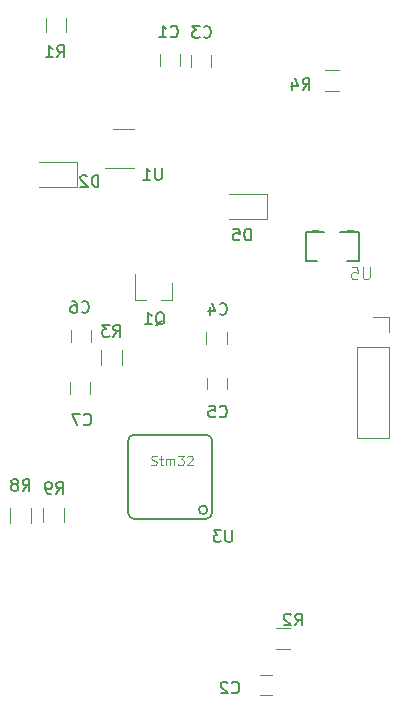
<source format=gbo>
G04 #@! TF.GenerationSoftware,KiCad,Pcbnew,5.1.6-c6e7f7d~87~ubuntu18.04.1*
G04 #@! TF.CreationDate,2020-11-02T00:43:46+05:30*
G04 #@! TF.ProjectId,Sensor_pcb_v3,53656e73-6f72-45f7-9063-625f76332e6b,rev?*
G04 #@! TF.SameCoordinates,Original*
G04 #@! TF.FileFunction,Legend,Bot*
G04 #@! TF.FilePolarity,Positive*
%FSLAX46Y46*%
G04 Gerber Fmt 4.6, Leading zero omitted, Abs format (unit mm)*
G04 Created by KiCad (PCBNEW 5.1.6-c6e7f7d~87~ubuntu18.04.1) date 2020-11-02 00:43:46*
%MOMM*%
%LPD*%
G01*
G04 APERTURE LIST*
%ADD10C,0.100000*%
%ADD11C,0.120000*%
%ADD12C,0.152400*%
%ADD13C,0.010000*%
%ADD14C,0.150000*%
%ADD15C,0.015000*%
G04 APERTURE END LIST*
D10*
X36705759Y-58682849D02*
X36820044Y-58720944D01*
X37010520Y-58720944D01*
X37086711Y-58682849D01*
X37124806Y-58644754D01*
X37162901Y-58568563D01*
X37162901Y-58492373D01*
X37124806Y-58416182D01*
X37086711Y-58378087D01*
X37010520Y-58339992D01*
X36858140Y-58301897D01*
X36781949Y-58263801D01*
X36743854Y-58225706D01*
X36705759Y-58149516D01*
X36705759Y-58073325D01*
X36743854Y-57997135D01*
X36781949Y-57959040D01*
X36858140Y-57920944D01*
X37048616Y-57920944D01*
X37162901Y-57959040D01*
X37391473Y-58187611D02*
X37696235Y-58187611D01*
X37505759Y-57920944D02*
X37505759Y-58606659D01*
X37543854Y-58682849D01*
X37620044Y-58720944D01*
X37696235Y-58720944D01*
X37962901Y-58720944D02*
X37962901Y-58187611D01*
X37962901Y-58263801D02*
X38000997Y-58225706D01*
X38077187Y-58187611D01*
X38191473Y-58187611D01*
X38267663Y-58225706D01*
X38305759Y-58301897D01*
X38305759Y-58720944D01*
X38305759Y-58301897D02*
X38343854Y-58225706D01*
X38420044Y-58187611D01*
X38534330Y-58187611D01*
X38610520Y-58225706D01*
X38648616Y-58301897D01*
X38648616Y-58720944D01*
X38953378Y-57920944D02*
X39448616Y-57920944D01*
X39181949Y-58225706D01*
X39296235Y-58225706D01*
X39372425Y-58263801D01*
X39410520Y-58301897D01*
X39448616Y-58378087D01*
X39448616Y-58568563D01*
X39410520Y-58644754D01*
X39372425Y-58682849D01*
X39296235Y-58720944D01*
X39067663Y-58720944D01*
X38991473Y-58682849D01*
X38953378Y-58644754D01*
X39753378Y-57997135D02*
X39791473Y-57959040D01*
X39867663Y-57920944D01*
X40058140Y-57920944D01*
X40134330Y-57959040D01*
X40172425Y-57997135D01*
X40210520Y-58073325D01*
X40210520Y-58149516D01*
X40172425Y-58263801D01*
X39715282Y-58720944D01*
X40210520Y-58720944D01*
D11*
X38468400Y-44735000D02*
X38468400Y-43275000D01*
X35308400Y-44735000D02*
X35308400Y-42575000D01*
X35308400Y-44735000D02*
X36238400Y-44735000D01*
X38468400Y-44735000D02*
X37538400Y-44735000D01*
D12*
X54279400Y-41443700D02*
X54279400Y-38943700D01*
X52709400Y-38943700D02*
X54279400Y-38943700D01*
X49779400Y-38943700D02*
X51349400Y-38943700D01*
X49779400Y-38943700D02*
X49779400Y-41443700D01*
X49779400Y-41443700D02*
X50749400Y-41443700D01*
X53309400Y-41443700D02*
X54279400Y-41443700D01*
D13*
G36*
X50279400Y-38943700D02*
G01*
X50779400Y-38943700D01*
X50779400Y-38803700D01*
X50279400Y-38803700D01*
X50279400Y-38943700D01*
G37*
X50279400Y-38943700D02*
X50779400Y-38943700D01*
X50779400Y-38803700D01*
X50279400Y-38803700D01*
X50279400Y-38943700D01*
G36*
X53279400Y-38943700D02*
G01*
X53779400Y-38943700D01*
X53779400Y-38803700D01*
X53279400Y-38803700D01*
X53279400Y-38943700D01*
G37*
X53279400Y-38943700D02*
X53779400Y-38943700D01*
X53779400Y-38803700D01*
X53279400Y-38803700D01*
X53279400Y-38943700D01*
D14*
X41451310Y-62501800D02*
G75*
G03*
X41451310Y-62501800I-359210J0D01*
G01*
X41854100Y-56659800D02*
X41854100Y-62755800D01*
X35250100Y-56151800D02*
X41346100Y-56151800D01*
X34742100Y-62755800D02*
X34742100Y-56659800D01*
X41346100Y-63263800D02*
X35250100Y-63263800D01*
X34742100Y-56659800D02*
G75*
G02*
X35250100Y-56151800I508000J0D01*
G01*
X35250100Y-63263800D02*
G75*
G02*
X34742100Y-62755800I0J508000D01*
G01*
X41346100Y-56151800D02*
G75*
G02*
X41854100Y-56659800I0J-508000D01*
G01*
X41854100Y-62755800D02*
G75*
G02*
X41346100Y-63263800I-508000J0D01*
G01*
D11*
X27547700Y-62369100D02*
X27547700Y-63569100D01*
X29307700Y-63569100D02*
X29307700Y-62369100D01*
X26521300Y-63581800D02*
X26521300Y-62381800D01*
X24761300Y-62381800D02*
X24761300Y-63581800D01*
X30373700Y-33037000D02*
X30373700Y-35157000D01*
X27173700Y-33037000D02*
X30373700Y-33037000D01*
X30373700Y-35157000D02*
X27173700Y-35157000D01*
X56803600Y-56425100D02*
X54143600Y-56425100D01*
X56803600Y-48745100D02*
X56803600Y-56425100D01*
X54143600Y-48745100D02*
X54143600Y-56425100D01*
X56803600Y-48745100D02*
X54143600Y-48745100D01*
X56803600Y-47475100D02*
X56803600Y-46145100D01*
X56803600Y-46145100D02*
X55473600Y-46145100D01*
X45943900Y-76505700D02*
X46943900Y-76505700D01*
X46943900Y-78205700D02*
X45943900Y-78205700D01*
X43077500Y-47447600D02*
X43077500Y-48447600D01*
X41377500Y-48447600D02*
X41377500Y-47447600D01*
X41446100Y-52305800D02*
X41446100Y-51305800D01*
X43146100Y-51305800D02*
X43146100Y-52305800D01*
X29873800Y-48252000D02*
X29873800Y-47252000D01*
X31573800Y-47252000D02*
X31573800Y-48252000D01*
X29828100Y-52658900D02*
X29828100Y-51658900D01*
X31528100Y-51658900D02*
X31528100Y-52658900D01*
X39107500Y-23947500D02*
X39107500Y-24947500D01*
X37407500Y-24947500D02*
X37407500Y-23947500D01*
X41764300Y-23969600D02*
X41764300Y-24969600D01*
X40064300Y-24969600D02*
X40064300Y-23969600D01*
X48471400Y-72538700D02*
X47271400Y-72538700D01*
X47271400Y-74298700D02*
X48471400Y-74298700D01*
X32460000Y-48998600D02*
X32460000Y-50198600D01*
X34220000Y-50198600D02*
X34220000Y-48998600D01*
X29518500Y-22040100D02*
X29518500Y-20840100D01*
X27758500Y-20840100D02*
X27758500Y-22040100D01*
X51398900Y-27039500D02*
X52598900Y-27039500D01*
X52598900Y-25279500D02*
X51398900Y-25279500D01*
X33471300Y-30300000D02*
X35271300Y-30300000D01*
X35271300Y-33520000D02*
X32821300Y-33520000D01*
X46495100Y-35754800D02*
X46495100Y-37874800D01*
X43295100Y-35754800D02*
X46495100Y-35754800D01*
X46495100Y-37874800D02*
X43295100Y-37874800D01*
D14*
X37075078Y-46884819D02*
X37170316Y-46837200D01*
X37265554Y-46741961D01*
X37408411Y-46599104D01*
X37503649Y-46551485D01*
X37598887Y-46551485D01*
X37551268Y-46789580D02*
X37646506Y-46741961D01*
X37741744Y-46646723D01*
X37789363Y-46456247D01*
X37789363Y-46122914D01*
X37741744Y-45932438D01*
X37646506Y-45837200D01*
X37551268Y-45789580D01*
X37360792Y-45789580D01*
X37265554Y-45837200D01*
X37170316Y-45932438D01*
X37122697Y-46122914D01*
X37122697Y-46456247D01*
X37170316Y-46646723D01*
X37265554Y-46741961D01*
X37360792Y-46789580D01*
X37551268Y-46789580D01*
X36170316Y-46789580D02*
X36741744Y-46789580D01*
X36456030Y-46789580D02*
X36456030Y-45789580D01*
X36551268Y-45932438D01*
X36646506Y-46027676D01*
X36741744Y-46075295D01*
D15*
X55186524Y-41984340D02*
X55186524Y-42793864D01*
X55138905Y-42889102D01*
X55091286Y-42936721D01*
X54996048Y-42984340D01*
X54805572Y-42984340D01*
X54710334Y-42936721D01*
X54662715Y-42889102D01*
X54615096Y-42793864D01*
X54615096Y-41984340D01*
X53662715Y-41984340D02*
X54138905Y-41984340D01*
X54186524Y-42460531D01*
X54138905Y-42412912D01*
X54043667Y-42365293D01*
X53805572Y-42365293D01*
X53710334Y-42412912D01*
X53662715Y-42460531D01*
X53615096Y-42555769D01*
X53615096Y-42793864D01*
X53662715Y-42889102D01*
X53710334Y-42936721D01*
X53805572Y-42984340D01*
X54043667Y-42984340D01*
X54138905Y-42936721D01*
X54186524Y-42889102D01*
D14*
X43548184Y-64227480D02*
X43548184Y-65037004D01*
X43500565Y-65132242D01*
X43452946Y-65179861D01*
X43357708Y-65227480D01*
X43167232Y-65227480D01*
X43071994Y-65179861D01*
X43024375Y-65132242D01*
X42976756Y-65037004D01*
X42976756Y-64227480D01*
X42595803Y-64227480D02*
X41976756Y-64227480D01*
X42310089Y-64608433D01*
X42167232Y-64608433D01*
X42071994Y-64656052D01*
X42024375Y-64703671D01*
X41976756Y-64798909D01*
X41976756Y-65037004D01*
X42024375Y-65132242D01*
X42071994Y-65179861D01*
X42167232Y-65227480D01*
X42452946Y-65227480D01*
X42548184Y-65179861D01*
X42595803Y-65132242D01*
X28657866Y-61155800D02*
X28991200Y-60679610D01*
X29229295Y-61155800D02*
X29229295Y-60155800D01*
X28848342Y-60155800D01*
X28753104Y-60203420D01*
X28705485Y-60251039D01*
X28657866Y-60346277D01*
X28657866Y-60489134D01*
X28705485Y-60584372D01*
X28753104Y-60631991D01*
X28848342Y-60679610D01*
X29229295Y-60679610D01*
X28181676Y-61155800D02*
X27991200Y-61155800D01*
X27895961Y-61108181D01*
X27848342Y-61060562D01*
X27753104Y-60917705D01*
X27705485Y-60727229D01*
X27705485Y-60346277D01*
X27753104Y-60251039D01*
X27800723Y-60203420D01*
X27895961Y-60155800D01*
X28086438Y-60155800D01*
X28181676Y-60203420D01*
X28229295Y-60251039D01*
X28276914Y-60346277D01*
X28276914Y-60584372D01*
X28229295Y-60679610D01*
X28181676Y-60727229D01*
X28086438Y-60774848D01*
X27895961Y-60774848D01*
X27800723Y-60727229D01*
X27753104Y-60679610D01*
X27705485Y-60584372D01*
X25810506Y-60896720D02*
X26143840Y-60420530D01*
X26381935Y-60896720D02*
X26381935Y-59896720D01*
X26000982Y-59896720D01*
X25905744Y-59944340D01*
X25858125Y-59991959D01*
X25810506Y-60087197D01*
X25810506Y-60230054D01*
X25858125Y-60325292D01*
X25905744Y-60372911D01*
X26000982Y-60420530D01*
X26381935Y-60420530D01*
X25239078Y-60325292D02*
X25334316Y-60277673D01*
X25381935Y-60230054D01*
X25429554Y-60134816D01*
X25429554Y-60087197D01*
X25381935Y-59991959D01*
X25334316Y-59944340D01*
X25239078Y-59896720D01*
X25048601Y-59896720D01*
X24953363Y-59944340D01*
X24905744Y-59991959D01*
X24858125Y-60087197D01*
X24858125Y-60134816D01*
X24905744Y-60230054D01*
X24953363Y-60277673D01*
X25048601Y-60325292D01*
X25239078Y-60325292D01*
X25334316Y-60372911D01*
X25381935Y-60420530D01*
X25429554Y-60515768D01*
X25429554Y-60706244D01*
X25381935Y-60801482D01*
X25334316Y-60849101D01*
X25239078Y-60896720D01*
X25048601Y-60896720D01*
X24953363Y-60849101D01*
X24905744Y-60801482D01*
X24858125Y-60706244D01*
X24858125Y-60515768D01*
X24905744Y-60420530D01*
X24953363Y-60372911D01*
X25048601Y-60325292D01*
X32218875Y-35156440D02*
X32218875Y-34156440D01*
X31980780Y-34156440D01*
X31837922Y-34204060D01*
X31742684Y-34299298D01*
X31695065Y-34394536D01*
X31647446Y-34585012D01*
X31647446Y-34727869D01*
X31695065Y-34918345D01*
X31742684Y-35013583D01*
X31837922Y-35108821D01*
X31980780Y-35156440D01*
X32218875Y-35156440D01*
X31266494Y-34251679D02*
X31218875Y-34204060D01*
X31123637Y-34156440D01*
X30885541Y-34156440D01*
X30790303Y-34204060D01*
X30742684Y-34251679D01*
X30695065Y-34346917D01*
X30695065Y-34442155D01*
X30742684Y-34585012D01*
X31314113Y-35156440D01*
X30695065Y-35156440D01*
X43521926Y-77946522D02*
X43569545Y-77994141D01*
X43712402Y-78041760D01*
X43807640Y-78041760D01*
X43950498Y-77994141D01*
X44045736Y-77898903D01*
X44093355Y-77803665D01*
X44140974Y-77613189D01*
X44140974Y-77470332D01*
X44093355Y-77279856D01*
X44045736Y-77184618D01*
X43950498Y-77089380D01*
X43807640Y-77041760D01*
X43712402Y-77041760D01*
X43569545Y-77089380D01*
X43521926Y-77136999D01*
X43140974Y-77136999D02*
X43093355Y-77089380D01*
X42998117Y-77041760D01*
X42760021Y-77041760D01*
X42664783Y-77089380D01*
X42617164Y-77136999D01*
X42569545Y-77232237D01*
X42569545Y-77327475D01*
X42617164Y-77470332D01*
X43188593Y-78041760D01*
X42569545Y-78041760D01*
X42498306Y-45914602D02*
X42545925Y-45962221D01*
X42688782Y-46009840D01*
X42784020Y-46009840D01*
X42926878Y-45962221D01*
X43022116Y-45866983D01*
X43069735Y-45771745D01*
X43117354Y-45581269D01*
X43117354Y-45438412D01*
X43069735Y-45247936D01*
X43022116Y-45152698D01*
X42926878Y-45057460D01*
X42784020Y-45009840D01*
X42688782Y-45009840D01*
X42545925Y-45057460D01*
X42498306Y-45105079D01*
X41641163Y-45343174D02*
X41641163Y-46009840D01*
X41879259Y-44962221D02*
X42117354Y-45676507D01*
X41498306Y-45676507D01*
X42498326Y-54578482D02*
X42545945Y-54626101D01*
X42688802Y-54673720D01*
X42784040Y-54673720D01*
X42926898Y-54626101D01*
X43022136Y-54530863D01*
X43069755Y-54435625D01*
X43117374Y-54245149D01*
X43117374Y-54102292D01*
X43069755Y-53911816D01*
X43022136Y-53816578D01*
X42926898Y-53721340D01*
X42784040Y-53673720D01*
X42688802Y-53673720D01*
X42545945Y-53721340D01*
X42498326Y-53768959D01*
X41593564Y-53673720D02*
X42069755Y-53673720D01*
X42117374Y-54149911D01*
X42069755Y-54102292D01*
X41974517Y-54054673D01*
X41736421Y-54054673D01*
X41641183Y-54102292D01*
X41593564Y-54149911D01*
X41545945Y-54245149D01*
X41545945Y-54483244D01*
X41593564Y-54578482D01*
X41641183Y-54626101D01*
X41736421Y-54673720D01*
X41974517Y-54673720D01*
X42069755Y-54626101D01*
X42117374Y-54578482D01*
X30816806Y-45721542D02*
X30864425Y-45769161D01*
X31007282Y-45816780D01*
X31102520Y-45816780D01*
X31245378Y-45769161D01*
X31340616Y-45673923D01*
X31388235Y-45578685D01*
X31435854Y-45388209D01*
X31435854Y-45245352D01*
X31388235Y-45054876D01*
X31340616Y-44959638D01*
X31245378Y-44864400D01*
X31102520Y-44816780D01*
X31007282Y-44816780D01*
X30864425Y-44864400D01*
X30816806Y-44912019D01*
X29959663Y-44816780D02*
X30150140Y-44816780D01*
X30245378Y-44864400D01*
X30292997Y-44912019D01*
X30388235Y-45054876D01*
X30435854Y-45245352D01*
X30435854Y-45626304D01*
X30388235Y-45721542D01*
X30340616Y-45769161D01*
X30245378Y-45816780D01*
X30054901Y-45816780D01*
X29959663Y-45769161D01*
X29912044Y-45721542D01*
X29864425Y-45626304D01*
X29864425Y-45388209D01*
X29912044Y-45292971D01*
X29959663Y-45245352D01*
X30054901Y-45197733D01*
X30245378Y-45197733D01*
X30340616Y-45245352D01*
X30388235Y-45292971D01*
X30435854Y-45388209D01*
X30999706Y-55251622D02*
X31047325Y-55299241D01*
X31190182Y-55346860D01*
X31285420Y-55346860D01*
X31428278Y-55299241D01*
X31523516Y-55204003D01*
X31571135Y-55108765D01*
X31618754Y-54918289D01*
X31618754Y-54775432D01*
X31571135Y-54584956D01*
X31523516Y-54489718D01*
X31428278Y-54394480D01*
X31285420Y-54346860D01*
X31190182Y-54346860D01*
X31047325Y-54394480D01*
X30999706Y-54442099D01*
X30666373Y-54346860D02*
X29999706Y-54346860D01*
X30428278Y-55346860D01*
X38342886Y-22411962D02*
X38390505Y-22459581D01*
X38533362Y-22507200D01*
X38628600Y-22507200D01*
X38771458Y-22459581D01*
X38866696Y-22364343D01*
X38914315Y-22269105D01*
X38961934Y-22078629D01*
X38961934Y-21935772D01*
X38914315Y-21745296D01*
X38866696Y-21650058D01*
X38771458Y-21554820D01*
X38628600Y-21507200D01*
X38533362Y-21507200D01*
X38390505Y-21554820D01*
X38342886Y-21602439D01*
X37390505Y-22507200D02*
X37961934Y-22507200D01*
X37676220Y-22507200D02*
X37676220Y-21507200D01*
X37771458Y-21650058D01*
X37866696Y-21745296D01*
X37961934Y-21792915D01*
X41139386Y-22437362D02*
X41187005Y-22484981D01*
X41329862Y-22532600D01*
X41425100Y-22532600D01*
X41567958Y-22484981D01*
X41663196Y-22389743D01*
X41710815Y-22294505D01*
X41758434Y-22104029D01*
X41758434Y-21961172D01*
X41710815Y-21770696D01*
X41663196Y-21675458D01*
X41567958Y-21580220D01*
X41425100Y-21532600D01*
X41329862Y-21532600D01*
X41187005Y-21580220D01*
X41139386Y-21627839D01*
X40806053Y-21532600D02*
X40187005Y-21532600D01*
X40520339Y-21913553D01*
X40377481Y-21913553D01*
X40282243Y-21961172D01*
X40234624Y-22008791D01*
X40187005Y-22104029D01*
X40187005Y-22342124D01*
X40234624Y-22437362D01*
X40282243Y-22484981D01*
X40377481Y-22532600D01*
X40663196Y-22532600D01*
X40758434Y-22484981D01*
X40806053Y-22437362D01*
X48886426Y-72283580D02*
X49219760Y-71807390D01*
X49457855Y-72283580D02*
X49457855Y-71283580D01*
X49076902Y-71283580D01*
X48981664Y-71331200D01*
X48934045Y-71378819D01*
X48886426Y-71474057D01*
X48886426Y-71616914D01*
X48934045Y-71712152D01*
X48981664Y-71759771D01*
X49076902Y-71807390D01*
X49457855Y-71807390D01*
X48505474Y-71378819D02*
X48457855Y-71331200D01*
X48362617Y-71283580D01*
X48124521Y-71283580D01*
X48029283Y-71331200D01*
X47981664Y-71378819D01*
X47934045Y-71474057D01*
X47934045Y-71569295D01*
X47981664Y-71712152D01*
X48553093Y-72283580D01*
X47934045Y-72283580D01*
X33504126Y-47841180D02*
X33837460Y-47364990D01*
X34075555Y-47841180D02*
X34075555Y-46841180D01*
X33694602Y-46841180D01*
X33599364Y-46888800D01*
X33551745Y-46936419D01*
X33504126Y-47031657D01*
X33504126Y-47174514D01*
X33551745Y-47269752D01*
X33599364Y-47317371D01*
X33694602Y-47364990D01*
X34075555Y-47364990D01*
X33170793Y-46841180D02*
X32551745Y-46841180D01*
X32885079Y-47222133D01*
X32742221Y-47222133D01*
X32646983Y-47269752D01*
X32599364Y-47317371D01*
X32551745Y-47412609D01*
X32551745Y-47650704D01*
X32599364Y-47745942D01*
X32646983Y-47793561D01*
X32742221Y-47841180D01*
X33027936Y-47841180D01*
X33123174Y-47793561D01*
X33170793Y-47745942D01*
X28723886Y-24175940D02*
X29057220Y-23699750D01*
X29295315Y-24175940D02*
X29295315Y-23175940D01*
X28914362Y-23175940D01*
X28819124Y-23223560D01*
X28771505Y-23271179D01*
X28723886Y-23366417D01*
X28723886Y-23509274D01*
X28771505Y-23604512D01*
X28819124Y-23652131D01*
X28914362Y-23699750D01*
X29295315Y-23699750D01*
X27771505Y-24175940D02*
X28342934Y-24175940D01*
X28057220Y-24175940D02*
X28057220Y-23175940D01*
X28152458Y-23318798D01*
X28247696Y-23414036D01*
X28342934Y-23461655D01*
X49513806Y-26949700D02*
X49847140Y-26473510D01*
X50085235Y-26949700D02*
X50085235Y-25949700D01*
X49704282Y-25949700D01*
X49609044Y-25997320D01*
X49561425Y-26044939D01*
X49513806Y-26140177D01*
X49513806Y-26283034D01*
X49561425Y-26378272D01*
X49609044Y-26425891D01*
X49704282Y-26473510D01*
X50085235Y-26473510D01*
X48656663Y-26283034D02*
X48656663Y-26949700D01*
X48894759Y-25902081D02*
X49132854Y-26616367D01*
X48513806Y-26616367D01*
X37586844Y-33564560D02*
X37586844Y-34374084D01*
X37539225Y-34469322D01*
X37491606Y-34516941D01*
X37396368Y-34564560D01*
X37205892Y-34564560D01*
X37110654Y-34516941D01*
X37063035Y-34469322D01*
X37015416Y-34374084D01*
X37015416Y-33564560D01*
X36015416Y-34564560D02*
X36586844Y-34564560D01*
X36301130Y-34564560D02*
X36301130Y-33564560D01*
X36396368Y-33707418D01*
X36491606Y-33802656D01*
X36586844Y-33850275D01*
X45127175Y-39690340D02*
X45127175Y-38690340D01*
X44889080Y-38690340D01*
X44746222Y-38737960D01*
X44650984Y-38833198D01*
X44603365Y-38928436D01*
X44555746Y-39118912D01*
X44555746Y-39261769D01*
X44603365Y-39452245D01*
X44650984Y-39547483D01*
X44746222Y-39642721D01*
X44889080Y-39690340D01*
X45127175Y-39690340D01*
X43650984Y-38690340D02*
X44127175Y-38690340D01*
X44174794Y-39166531D01*
X44127175Y-39118912D01*
X44031937Y-39071293D01*
X43793841Y-39071293D01*
X43698603Y-39118912D01*
X43650984Y-39166531D01*
X43603365Y-39261769D01*
X43603365Y-39499864D01*
X43650984Y-39595102D01*
X43698603Y-39642721D01*
X43793841Y-39690340D01*
X44031937Y-39690340D01*
X44127175Y-39642721D01*
X44174794Y-39595102D01*
M02*

</source>
